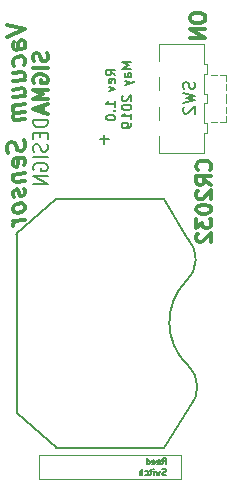
<source format=gbo>
G04 #@! TF.FileFunction,Legend,Bot*
%FSLAX46Y46*%
G04 Gerber Fmt 4.6, Leading zero omitted, Abs format (unit mm)*
G04 Created by KiCad (PCBNEW 4.0.6) date 05/20/19 12:49:57*
%MOMM*%
%LPD*%
G01*
G04 APERTURE LIST*
%ADD10C,0.100000*%
%ADD11C,0.200000*%
%ADD12C,0.150000*%
%ADD13C,0.300000*%
%ADD14C,0.127000*%
%ADD15C,0.120000*%
G04 APERTURE END LIST*
D10*
D11*
X131883476Y-83408381D02*
X130633476Y-83408381D01*
X130633476Y-83670286D01*
X130693000Y-83827428D01*
X130812048Y-83932190D01*
X130931095Y-83984571D01*
X131169190Y-84036952D01*
X131347762Y-84036952D01*
X131585857Y-83984571D01*
X131704905Y-83932190D01*
X131823952Y-83827428D01*
X131883476Y-83670286D01*
X131883476Y-83408381D01*
X131228714Y-84508381D02*
X131228714Y-84875047D01*
X131883476Y-85032190D02*
X131883476Y-84508381D01*
X130633476Y-84508381D01*
X130633476Y-85032190D01*
X131823952Y-85451238D02*
X131883476Y-85608381D01*
X131883476Y-85870285D01*
X131823952Y-85975047D01*
X131764429Y-86027428D01*
X131645381Y-86079809D01*
X131526333Y-86079809D01*
X131407286Y-86027428D01*
X131347762Y-85975047D01*
X131288238Y-85870285D01*
X131228714Y-85660762D01*
X131169190Y-85556000D01*
X131109667Y-85503619D01*
X130990619Y-85451238D01*
X130871571Y-85451238D01*
X130752524Y-85503619D01*
X130693000Y-85556000D01*
X130633476Y-85660762D01*
X130633476Y-85922666D01*
X130693000Y-86079809D01*
X131883476Y-86551238D02*
X130633476Y-86551238D01*
X130693000Y-87651238D02*
X130633476Y-87546476D01*
X130633476Y-87389333D01*
X130693000Y-87232191D01*
X130812048Y-87127429D01*
X130931095Y-87075048D01*
X131169190Y-87022667D01*
X131347762Y-87022667D01*
X131585857Y-87075048D01*
X131704905Y-87127429D01*
X131823952Y-87232191D01*
X131883476Y-87389333D01*
X131883476Y-87494095D01*
X131823952Y-87651238D01*
X131764429Y-87703619D01*
X131347762Y-87703619D01*
X131347762Y-87494095D01*
X131883476Y-88175048D02*
X130633476Y-88175048D01*
X131883476Y-88803619D01*
X130633476Y-88803619D01*
D12*
X137608905Y-79622857D02*
X137227952Y-79356190D01*
X137608905Y-79165714D02*
X136808905Y-79165714D01*
X136808905Y-79470476D01*
X136847000Y-79546667D01*
X136885095Y-79584762D01*
X136961286Y-79622857D01*
X137075571Y-79622857D01*
X137151762Y-79584762D01*
X137189857Y-79546667D01*
X137227952Y-79470476D01*
X137227952Y-79165714D01*
X137570810Y-80270476D02*
X137608905Y-80194286D01*
X137608905Y-80041905D01*
X137570810Y-79965714D01*
X137494619Y-79927619D01*
X137189857Y-79927619D01*
X137113667Y-79965714D01*
X137075571Y-80041905D01*
X137075571Y-80194286D01*
X137113667Y-80270476D01*
X137189857Y-80308571D01*
X137266048Y-80308571D01*
X137342238Y-79927619D01*
X137075571Y-80575238D02*
X137608905Y-80765714D01*
X137075571Y-80956190D01*
X137608905Y-82289524D02*
X137608905Y-81832381D01*
X137608905Y-82060952D02*
X136808905Y-82060952D01*
X136923190Y-81984762D01*
X136999381Y-81908571D01*
X137037476Y-81832381D01*
X137532714Y-82632381D02*
X137570810Y-82670476D01*
X137608905Y-82632381D01*
X137570810Y-82594286D01*
X137532714Y-82632381D01*
X137608905Y-82632381D01*
X136808905Y-83165714D02*
X136808905Y-83241905D01*
X136847000Y-83318095D01*
X136885095Y-83356190D01*
X136961286Y-83394286D01*
X137113667Y-83432381D01*
X137304143Y-83432381D01*
X137456524Y-83394286D01*
X137532714Y-83356190D01*
X137570810Y-83318095D01*
X137608905Y-83241905D01*
X137608905Y-83165714D01*
X137570810Y-83089524D01*
X137532714Y-83051428D01*
X137456524Y-83013333D01*
X137304143Y-82975238D01*
X137113667Y-82975238D01*
X136961286Y-83013333D01*
X136885095Y-83051428D01*
X136847000Y-83089524D01*
X136808905Y-83165714D01*
X138958905Y-78518094D02*
X138158905Y-78518094D01*
X138730333Y-78784761D01*
X138158905Y-79051428D01*
X138958905Y-79051428D01*
X138958905Y-79775237D02*
X138539857Y-79775237D01*
X138463667Y-79737142D01*
X138425571Y-79660952D01*
X138425571Y-79508571D01*
X138463667Y-79432380D01*
X138920810Y-79775237D02*
X138958905Y-79699047D01*
X138958905Y-79508571D01*
X138920810Y-79432380D01*
X138844619Y-79394285D01*
X138768429Y-79394285D01*
X138692238Y-79432380D01*
X138654143Y-79508571D01*
X138654143Y-79699047D01*
X138616048Y-79775237D01*
X138425571Y-80080000D02*
X138958905Y-80270476D01*
X138425571Y-80460952D02*
X138958905Y-80270476D01*
X139149381Y-80194285D01*
X139187476Y-80156190D01*
X139225571Y-80080000D01*
X138235095Y-81337143D02*
X138197000Y-81375238D01*
X138158905Y-81451429D01*
X138158905Y-81641905D01*
X138197000Y-81718095D01*
X138235095Y-81756191D01*
X138311286Y-81794286D01*
X138387476Y-81794286D01*
X138501762Y-81756191D01*
X138958905Y-81299048D01*
X138958905Y-81794286D01*
X138158905Y-82289524D02*
X138158905Y-82365715D01*
X138197000Y-82441905D01*
X138235095Y-82480000D01*
X138311286Y-82518096D01*
X138463667Y-82556191D01*
X138654143Y-82556191D01*
X138806524Y-82518096D01*
X138882714Y-82480000D01*
X138920810Y-82441905D01*
X138958905Y-82365715D01*
X138958905Y-82289524D01*
X138920810Y-82213334D01*
X138882714Y-82175238D01*
X138806524Y-82137143D01*
X138654143Y-82099048D01*
X138463667Y-82099048D01*
X138311286Y-82137143D01*
X138235095Y-82175238D01*
X138197000Y-82213334D01*
X138158905Y-82289524D01*
X138958905Y-83318096D02*
X138958905Y-82860953D01*
X138958905Y-83089524D02*
X138158905Y-83089524D01*
X138273190Y-83013334D01*
X138349381Y-82937143D01*
X138387476Y-82860953D01*
X138958905Y-83699048D02*
X138958905Y-83851429D01*
X138920810Y-83927620D01*
X138882714Y-83965715D01*
X138768429Y-84041906D01*
X138616048Y-84080001D01*
X138311286Y-84080001D01*
X138235095Y-84041906D01*
X138197000Y-84003810D01*
X138158905Y-83927620D01*
X138158905Y-83775239D01*
X138197000Y-83699048D01*
X138235095Y-83660953D01*
X138311286Y-83622858D01*
X138501762Y-83622858D01*
X138577952Y-83660953D01*
X138616048Y-83699048D01*
X138654143Y-83775239D01*
X138654143Y-83927620D01*
X138616048Y-84003810D01*
X138577952Y-84041906D01*
X138501762Y-84080001D01*
D13*
X131823952Y-77734238D02*
X131883476Y-77912810D01*
X131883476Y-78210429D01*
X131823952Y-78329476D01*
X131764429Y-78389000D01*
X131645381Y-78448524D01*
X131526333Y-78448524D01*
X131407286Y-78389000D01*
X131347762Y-78329476D01*
X131288238Y-78210429D01*
X131228714Y-77972333D01*
X131169190Y-77853286D01*
X131109667Y-77793762D01*
X130990619Y-77734238D01*
X130871571Y-77734238D01*
X130752524Y-77793762D01*
X130693000Y-77853286D01*
X130633476Y-77972333D01*
X130633476Y-78269953D01*
X130693000Y-78448524D01*
X131883476Y-78984238D02*
X130633476Y-78984238D01*
X130693000Y-80234238D02*
X130633476Y-80115190D01*
X130633476Y-79936619D01*
X130693000Y-79758047D01*
X130812048Y-79639000D01*
X130931095Y-79579476D01*
X131169190Y-79519952D01*
X131347762Y-79519952D01*
X131585857Y-79579476D01*
X131704905Y-79639000D01*
X131823952Y-79758047D01*
X131883476Y-79936619D01*
X131883476Y-80055667D01*
X131823952Y-80234238D01*
X131764429Y-80293762D01*
X131347762Y-80293762D01*
X131347762Y-80055667D01*
X131883476Y-80829476D02*
X130633476Y-80829476D01*
X131526333Y-81246143D01*
X130633476Y-81662809D01*
X131883476Y-81662809D01*
X131526333Y-82198523D02*
X131526333Y-82793761D01*
X131883476Y-82079476D02*
X130633476Y-82496142D01*
X131883476Y-82912809D01*
D12*
X137032952Y-85034429D02*
X136271047Y-85034429D01*
X136651999Y-85415381D02*
X136651999Y-84653476D01*
D13*
X128464571Y-75386965D02*
X129964571Y-75699465D01*
X128464571Y-76386965D01*
X129964571Y-77342322D02*
X129178857Y-77440536D01*
X129036000Y-77386964D01*
X128964571Y-77253036D01*
X128964571Y-76967322D01*
X129036000Y-76815536D01*
X129893143Y-77351250D02*
X129964571Y-77199465D01*
X129964571Y-76842322D01*
X129893143Y-76708393D01*
X129750286Y-76654821D01*
X129607429Y-76672678D01*
X129464571Y-76761965D01*
X129393143Y-76913750D01*
X129393143Y-77270893D01*
X129321714Y-77422679D01*
X129893143Y-78708393D02*
X129964571Y-78556608D01*
X129964571Y-78270894D01*
X129893143Y-78136964D01*
X129821714Y-78074465D01*
X129678857Y-78020893D01*
X129250286Y-78074464D01*
X129107429Y-78163750D01*
X129036000Y-78244107D01*
X128964571Y-78395894D01*
X128964571Y-78681608D01*
X129036000Y-78815536D01*
X128964571Y-80110179D02*
X129964571Y-79985179D01*
X128964571Y-79467322D02*
X129750286Y-79369107D01*
X129893143Y-79422678D01*
X129964571Y-79556608D01*
X129964571Y-79770893D01*
X129893143Y-79922678D01*
X129821714Y-80003036D01*
X128964571Y-81467322D02*
X129964571Y-81342322D01*
X128964571Y-80824465D02*
X129750286Y-80726250D01*
X129893143Y-80779821D01*
X129964571Y-80913751D01*
X129964571Y-81128036D01*
X129893143Y-81279821D01*
X129821714Y-81360179D01*
X129964571Y-82056608D02*
X128964571Y-82181608D01*
X129107429Y-82163750D02*
X129036000Y-82244107D01*
X128964571Y-82395894D01*
X128964571Y-82610179D01*
X129036000Y-82744107D01*
X129178857Y-82797679D01*
X129964571Y-82699465D01*
X129178857Y-82797679D02*
X129036000Y-82886965D01*
X128964571Y-83038751D01*
X128964571Y-83253036D01*
X129036000Y-83386965D01*
X129178857Y-83440536D01*
X129964571Y-83342322D01*
X129893143Y-85136964D02*
X129964571Y-85342322D01*
X129964571Y-85699465D01*
X129893143Y-85851250D01*
X129821714Y-85931608D01*
X129678857Y-86020893D01*
X129536000Y-86038750D01*
X129393143Y-85985179D01*
X129321714Y-85922679D01*
X129250286Y-85788750D01*
X129178857Y-85511965D01*
X129107429Y-85378035D01*
X129036000Y-85315536D01*
X128893143Y-85261964D01*
X128750286Y-85279821D01*
X128607429Y-85369107D01*
X128536000Y-85449464D01*
X128464571Y-85601251D01*
X128464571Y-85958393D01*
X128536000Y-86163750D01*
X129893143Y-87208392D02*
X129964571Y-87056607D01*
X129964571Y-86770893D01*
X129893143Y-86636964D01*
X129750286Y-86583392D01*
X129178857Y-86654821D01*
X129036000Y-86744107D01*
X128964571Y-86895893D01*
X128964571Y-87181607D01*
X129036000Y-87315535D01*
X129178857Y-87369107D01*
X129321714Y-87351250D01*
X129464571Y-86619107D01*
X128964571Y-88038750D02*
X129964571Y-87913750D01*
X129107429Y-88020892D02*
X129036000Y-88101249D01*
X128964571Y-88253036D01*
X128964571Y-88467321D01*
X129036000Y-88601249D01*
X129178857Y-88654821D01*
X129964571Y-88556607D01*
X129893143Y-89208392D02*
X129964571Y-89342321D01*
X129964571Y-89628036D01*
X129893143Y-89779821D01*
X129750286Y-89869106D01*
X129678857Y-89878035D01*
X129536000Y-89824464D01*
X129464571Y-89690536D01*
X129464571Y-89476250D01*
X129393143Y-89342321D01*
X129250286Y-89288749D01*
X129178857Y-89297678D01*
X129036000Y-89386964D01*
X128964571Y-89538750D01*
X128964571Y-89753036D01*
X129036000Y-89886964D01*
X129964571Y-90699465D02*
X129893143Y-90565535D01*
X129821714Y-90503036D01*
X129678857Y-90449464D01*
X129250286Y-90503035D01*
X129107429Y-90592321D01*
X129036000Y-90672678D01*
X128964571Y-90824465D01*
X128964571Y-91038750D01*
X129036000Y-91172678D01*
X129107429Y-91235178D01*
X129250286Y-91288750D01*
X129678857Y-91235179D01*
X129821714Y-91145893D01*
X129893143Y-91065535D01*
X129964571Y-90913750D01*
X129964571Y-90699465D01*
X129964571Y-91842322D02*
X128964571Y-91967322D01*
X129250286Y-91931607D02*
X129107429Y-92020892D01*
X129036000Y-92101250D01*
X128964571Y-92253036D01*
X128964571Y-92395893D01*
X143957524Y-74651810D02*
X143957524Y-74893714D01*
X144018000Y-75014667D01*
X144138952Y-75135619D01*
X144380857Y-75196095D01*
X144804190Y-75196095D01*
X145046095Y-75135619D01*
X145167048Y-75014667D01*
X145227524Y-74893714D01*
X145227524Y-74651810D01*
X145167048Y-74530857D01*
X145046095Y-74409905D01*
X144804190Y-74349429D01*
X144380857Y-74349429D01*
X144138952Y-74409905D01*
X144018000Y-74530857D01*
X143957524Y-74651810D01*
X145227524Y-75740381D02*
X143957524Y-75740381D01*
X145227524Y-76466095D01*
X143957524Y-76466095D01*
X145614571Y-87636047D02*
X145675048Y-87575571D01*
X145735524Y-87394142D01*
X145735524Y-87273190D01*
X145675048Y-87091762D01*
X145554095Y-86970809D01*
X145433143Y-86910333D01*
X145191238Y-86849857D01*
X145009810Y-86849857D01*
X144767905Y-86910333D01*
X144646952Y-86970809D01*
X144526000Y-87091762D01*
X144465524Y-87273190D01*
X144465524Y-87394142D01*
X144526000Y-87575571D01*
X144586476Y-87636047D01*
X145735524Y-88906047D02*
X145130762Y-88482714D01*
X145735524Y-88180333D02*
X144465524Y-88180333D01*
X144465524Y-88664142D01*
X144526000Y-88785095D01*
X144586476Y-88845571D01*
X144707429Y-88906047D01*
X144888857Y-88906047D01*
X145009810Y-88845571D01*
X145070286Y-88785095D01*
X145130762Y-88664142D01*
X145130762Y-88180333D01*
X144586476Y-89389857D02*
X144526000Y-89450333D01*
X144465524Y-89571285D01*
X144465524Y-89873666D01*
X144526000Y-89994619D01*
X144586476Y-90055095D01*
X144707429Y-90115571D01*
X144828381Y-90115571D01*
X145009810Y-90055095D01*
X145735524Y-89329381D01*
X145735524Y-90115571D01*
X144465524Y-90901762D02*
X144465524Y-91022714D01*
X144526000Y-91143666D01*
X144586476Y-91204143D01*
X144707429Y-91264619D01*
X144949333Y-91325095D01*
X145251714Y-91325095D01*
X145493619Y-91264619D01*
X145614571Y-91204143D01*
X145675048Y-91143666D01*
X145735524Y-91022714D01*
X145735524Y-90901762D01*
X145675048Y-90780809D01*
X145614571Y-90720333D01*
X145493619Y-90659857D01*
X145251714Y-90599381D01*
X144949333Y-90599381D01*
X144707429Y-90659857D01*
X144586476Y-90720333D01*
X144526000Y-90780809D01*
X144465524Y-90901762D01*
X144465524Y-91748429D02*
X144465524Y-92534619D01*
X144949333Y-92111286D01*
X144949333Y-92292714D01*
X145009810Y-92413667D01*
X145070286Y-92474143D01*
X145191238Y-92534619D01*
X145493619Y-92534619D01*
X145614571Y-92474143D01*
X145675048Y-92413667D01*
X145735524Y-92292714D01*
X145735524Y-91929857D01*
X145675048Y-91808905D01*
X145614571Y-91748429D01*
X144586476Y-93018429D02*
X144526000Y-93078905D01*
X144465524Y-93199857D01*
X144465524Y-93502238D01*
X144526000Y-93623191D01*
X144586476Y-93683667D01*
X144707429Y-93744143D01*
X144828381Y-93744143D01*
X145009810Y-93683667D01*
X145735524Y-92957953D01*
X145735524Y-93744143D01*
D14*
X141574762Y-112561310D02*
X141744095Y-112319405D01*
X141865048Y-112561310D02*
X141865048Y-112053310D01*
X141671524Y-112053310D01*
X141623143Y-112077500D01*
X141598952Y-112101690D01*
X141574762Y-112150071D01*
X141574762Y-112222643D01*
X141598952Y-112271024D01*
X141623143Y-112295214D01*
X141671524Y-112319405D01*
X141865048Y-112319405D01*
X141163524Y-112537119D02*
X141211905Y-112561310D01*
X141308667Y-112561310D01*
X141357048Y-112537119D01*
X141381238Y-112488738D01*
X141381238Y-112295214D01*
X141357048Y-112246833D01*
X141308667Y-112222643D01*
X141211905Y-112222643D01*
X141163524Y-112246833D01*
X141139333Y-112295214D01*
X141139333Y-112343595D01*
X141381238Y-112391976D01*
X140728095Y-112537119D02*
X140776476Y-112561310D01*
X140873238Y-112561310D01*
X140921619Y-112537119D01*
X140945809Y-112488738D01*
X140945809Y-112295214D01*
X140921619Y-112246833D01*
X140873238Y-112222643D01*
X140776476Y-112222643D01*
X140728095Y-112246833D01*
X140703904Y-112295214D01*
X140703904Y-112343595D01*
X140945809Y-112391976D01*
X140268475Y-112561310D02*
X140268475Y-112053310D01*
X140268475Y-112537119D02*
X140316856Y-112561310D01*
X140413618Y-112561310D01*
X140461999Y-112537119D01*
X140486190Y-112512929D01*
X140510380Y-112464548D01*
X140510380Y-112319405D01*
X140486190Y-112271024D01*
X140461999Y-112246833D01*
X140413618Y-112222643D01*
X140316856Y-112222643D01*
X140268475Y-112246833D01*
X141889238Y-113426119D02*
X141816667Y-113450310D01*
X141695714Y-113450310D01*
X141647333Y-113426119D01*
X141623143Y-113401929D01*
X141598952Y-113353548D01*
X141598952Y-113305167D01*
X141623143Y-113256786D01*
X141647333Y-113232595D01*
X141695714Y-113208405D01*
X141792476Y-113184214D01*
X141840857Y-113160024D01*
X141865048Y-113135833D01*
X141889238Y-113087452D01*
X141889238Y-113039071D01*
X141865048Y-112990690D01*
X141840857Y-112966500D01*
X141792476Y-112942310D01*
X141671524Y-112942310D01*
X141598952Y-112966500D01*
X141429619Y-113111643D02*
X141332857Y-113450310D01*
X141236095Y-113208405D01*
X141139333Y-113450310D01*
X141042571Y-113111643D01*
X140849048Y-113450310D02*
X140849048Y-113111643D01*
X140849048Y-112942310D02*
X140873238Y-112966500D01*
X140849048Y-112990690D01*
X140824857Y-112966500D01*
X140849048Y-112942310D01*
X140849048Y-112990690D01*
X140679714Y-113111643D02*
X140486190Y-113111643D01*
X140607143Y-112942310D02*
X140607143Y-113377738D01*
X140582952Y-113426119D01*
X140534571Y-113450310D01*
X140486190Y-113450310D01*
X140099142Y-113426119D02*
X140147523Y-113450310D01*
X140244285Y-113450310D01*
X140292666Y-113426119D01*
X140316857Y-113401929D01*
X140341047Y-113353548D01*
X140341047Y-113208405D01*
X140316857Y-113160024D01*
X140292666Y-113135833D01*
X140244285Y-113111643D01*
X140147523Y-113111643D01*
X140099142Y-113135833D01*
X139881428Y-113450310D02*
X139881428Y-112942310D01*
X139663713Y-113450310D02*
X139663713Y-113184214D01*
X139687904Y-113135833D01*
X139736285Y-113111643D01*
X139808856Y-113111643D01*
X139857237Y-113135833D01*
X139881428Y-113160024D01*
D12*
X143720500Y-93424500D02*
X141752000Y-90059000D01*
X143847500Y-107775500D02*
X141752000Y-111141000D01*
X143720500Y-93399100D02*
G75*
G02X143593500Y-97082100I-1905000J-1778000D01*
G01*
X143720500Y-104105200D02*
G75*
G02X143847500Y-107788200I-1778000J-1905000D01*
G01*
X143720500Y-104156000D02*
G75*
G02X143593500Y-97044000I3492500J3619500D01*
G01*
X129306000Y-108220000D02*
X132671500Y-111141000D01*
X132608000Y-90059000D02*
X129242500Y-93043500D01*
X129306000Y-92980000D02*
X129306000Y-108220000D01*
X141752000Y-90059000D02*
X132608000Y-90059000D01*
X141752000Y-111141000D02*
X132608000Y-111141000D01*
D10*
X143160000Y-111776000D02*
X131160000Y-111776000D01*
X131160000Y-111776000D02*
X131160000Y-113776000D01*
X131160000Y-113776000D02*
X143160000Y-113776000D01*
X143160000Y-113776000D02*
X143160000Y-111776000D01*
D15*
X141280000Y-84800000D02*
X141280000Y-86200000D01*
X141280000Y-86200000D02*
X145080000Y-86200000D01*
X145080000Y-77000000D02*
X141280000Y-77000000D01*
X141280000Y-77000000D02*
X141280000Y-78400000D01*
X141280000Y-83400000D02*
X141280000Y-82300000D01*
X141280000Y-82300000D02*
X141280000Y-82300000D01*
X141280000Y-80900000D02*
X141280000Y-79800000D01*
X141280000Y-79800000D02*
X141280000Y-79800000D01*
X145080000Y-86200000D02*
X145080000Y-84500000D01*
X145080000Y-84500000D02*
X145380000Y-84500000D01*
X145380000Y-84500000D02*
X145380000Y-83700000D01*
X145380000Y-83700000D02*
X145080000Y-83700000D01*
X145080000Y-83700000D02*
X145080000Y-82000000D01*
X145080000Y-82000000D02*
X145380000Y-82000000D01*
X145380000Y-82000000D02*
X145380000Y-81200000D01*
X145380000Y-81200000D02*
X145080000Y-81200000D01*
X145080000Y-81200000D02*
X145080000Y-79500000D01*
X145080000Y-79500000D02*
X145380000Y-79500000D01*
X145380000Y-79500000D02*
X145380000Y-78700000D01*
X145380000Y-78700000D02*
X145080000Y-78700000D01*
X145080000Y-78700000D02*
X145080000Y-77000000D01*
X145080000Y-77000000D02*
X145080000Y-77000000D01*
X146980000Y-79600000D02*
X146480000Y-79600000D01*
X146480000Y-79600000D02*
X146480000Y-79600000D01*
X146980000Y-79600000D02*
X146980000Y-80100000D01*
X146980000Y-80100000D02*
X146980000Y-80100000D01*
X146980000Y-83600000D02*
X146980000Y-83100000D01*
X146980000Y-83100000D02*
X146980000Y-83100000D01*
X146980000Y-83600000D02*
X146480000Y-83600000D01*
X146480000Y-83600000D02*
X146480000Y-83600000D01*
X146180000Y-83600000D02*
X145680000Y-83600000D01*
X145680000Y-83600000D02*
X145680000Y-83600000D01*
X146180000Y-79600000D02*
X145680000Y-79600000D01*
X145680000Y-79600000D02*
X145680000Y-79600000D01*
X146980000Y-80400000D02*
X146980000Y-80900000D01*
X146980000Y-80900000D02*
X146980000Y-80900000D01*
X146980000Y-82800000D02*
X146980000Y-82300000D01*
X146980000Y-82300000D02*
X146980000Y-82300000D01*
X146980000Y-82000000D02*
X146980000Y-81200000D01*
X146980000Y-81200000D02*
X146980000Y-81200000D01*
D12*
X144295762Y-80200667D02*
X144343381Y-80343524D01*
X144343381Y-80581620D01*
X144295762Y-80676858D01*
X144248143Y-80724477D01*
X144152905Y-80772096D01*
X144057667Y-80772096D01*
X143962429Y-80724477D01*
X143914810Y-80676858D01*
X143867190Y-80581620D01*
X143819571Y-80391143D01*
X143771952Y-80295905D01*
X143724333Y-80248286D01*
X143629095Y-80200667D01*
X143533857Y-80200667D01*
X143438619Y-80248286D01*
X143391000Y-80295905D01*
X143343381Y-80391143D01*
X143343381Y-80629239D01*
X143391000Y-80772096D01*
X143343381Y-81105429D02*
X144343381Y-81343524D01*
X143629095Y-81534001D01*
X144343381Y-81724477D01*
X143343381Y-81962572D01*
X143438619Y-82295905D02*
X143391000Y-82343524D01*
X143343381Y-82438762D01*
X143343381Y-82676858D01*
X143391000Y-82772096D01*
X143438619Y-82819715D01*
X143533857Y-82867334D01*
X143629095Y-82867334D01*
X143771952Y-82819715D01*
X144343381Y-82248286D01*
X144343381Y-82867334D01*
M02*

</source>
